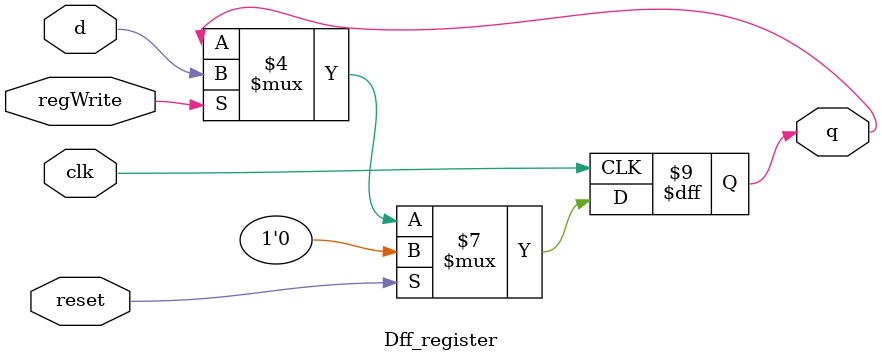
<source format=v>
module Dff_register(input clk, input reset, input regWrite, input d, output reg q);
    always@(posedge clk) 
    begin
        if(reset == 1'b1)
        begin
            q <= 0;
        end
        else if(regWrite == 1'b1)
        begin
            q <= d;
        end
    end
endmodule


</source>
